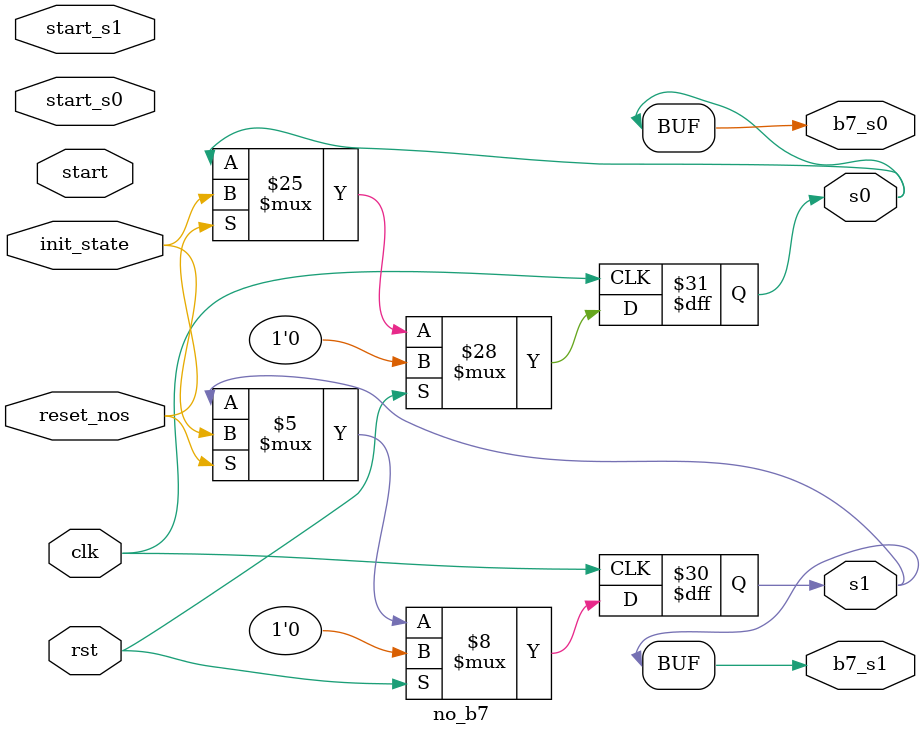
<source format=v>

module no_b7
(
  input clk,
  input start,
  input rst,
  input reset_nos,
  input start_s0,
  input start_s1,
  input init_state,
  output reg [1-1:0] s0,
  output reg [1-1:0] s1,
  output [1-1:0] b7_s0,
  output [1-1:0] b7_s1
);

  reg pass;

  always @(posedge clk) begin
    if(rst) begin
      s0 <= 1'd0;
      pass <= 1'b0;
    end else begin
      if(reset_nos) begin
        s0 <= init_state;
        pass <= 1;
      end else begin
        if(start_s0) begin
          if(pass) begin
            s0 <=  s0 ;
            pass <= 0;
          end else begin
            pass <= 1;
          end
        end 
      end
    end
  end


  always @(posedge clk) begin
    if(rst) begin
      s1 <= 1'd0;
    end else begin
      if(reset_nos) begin
        s1 <= init_state;
      end else begin
        if(start_s1) begin
          s1 <=  s1 ;
        end 
      end
    end
  end

  assign b7_s0 = s0;
  assign b7_s1 = s1;

endmodule

</source>
